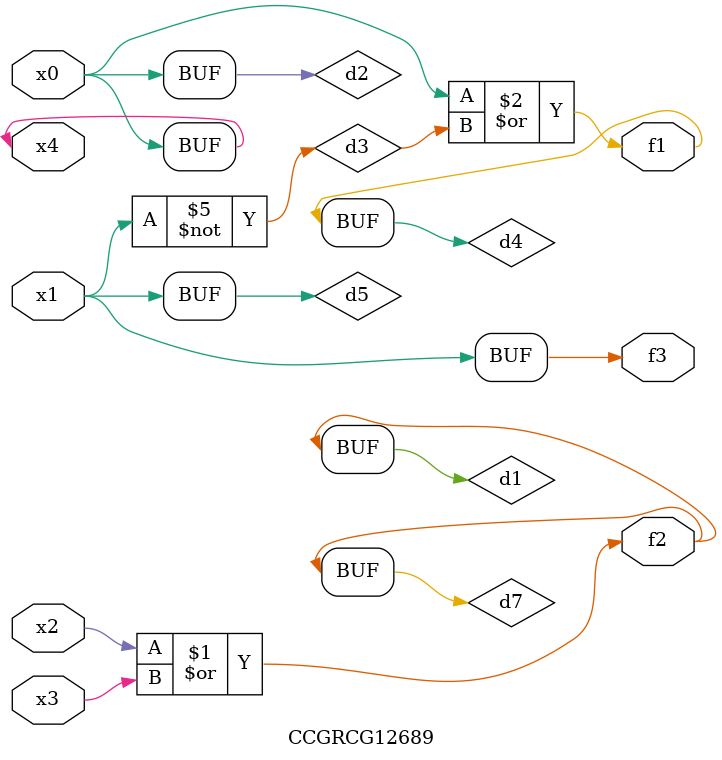
<source format=v>
module CCGRCG12689(
	input x0, x1, x2, x3, x4,
	output f1, f2, f3
);

	wire d1, d2, d3, d4, d5, d6, d7;

	or (d1, x2, x3);
	buf (d2, x0, x4);
	not (d3, x1);
	or (d4, d2, d3);
	not (d5, d3);
	nand (d6, d1, d3);
	or (d7, d1);
	assign f1 = d4;
	assign f2 = d7;
	assign f3 = d5;
endmodule

</source>
